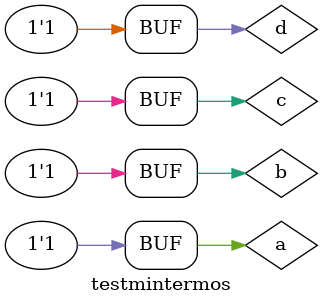
<source format=v>


module mintermos (s,a,b,c,d);
output s;
input a,b,c,d;
wire s1,s2,s3,s4,s5,s6,s7,s8,s9,s10;


and AND1(s1,~a,~b,c,d);
and AND2(s2,~a,b,~c,d);
and AND3 (s3, ~a,b,c,~d);
and AND4 (s4,~a,b,c,d);
and AND5 (s5,a,~b,~c,d);
and AND6 (s6,a,~b,c,~d);
and AND7 (s7,a,~b,c,d);
and AND8 (s8,a,b,~c,~d);
and AND9 (s9,a,b,~c,d);
and AND10 (s10,a,b,c,~d);

or OR1 (s,s1,s2,s3,s4,s5,s6,s7,s8,s9,s10); 


endmodule

module testmintermos;

wire s;
reg a,b,c,d;

mintermos MT (s,a,b,c,d);

 initial begin
      $display("a  b   c   d  s");
      $monitor("%b  %b   %b   %b  %b", a, b, c, d, s);
  
	     a=0; b=0; c=0; d=0;  
    #1  a=0; b=0; c=0; d=1;
    #1  a=0; b=0; c=1; d=0;
    #1  a=0; b=0; c=1; d=1;
    #1  a=0; b=1; c=0; d=0;
 	 #1  a=0; b=1; c=0; d=1;
    #1  a=0; b=1; c=1; d=0;
    #1  a=0; b=1; c=1; d=1;
    #1  a=1; b=0; c=0; d=0;
    #1  a=1; b=0; c=0; d=1;
    #1  a=1; b=0; c=1; d=0;
    #1  a=1; b=0; c=1; d=1;
    #1  a=1; b=1; c=0; d=0;
    #1  a=1; b=1; c=0; d=1;
    #1  a=1; b=1; c=1; d=0;
    #1  a=1; b=1; c=1; d=1;


        
    end
    endmodule
</source>
